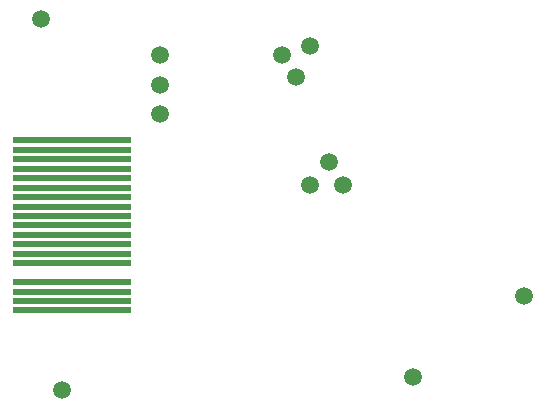
<source format=gbr>
G04 #@! TF.GenerationSoftware,KiCad,Pcbnew,(5.1.5)-3*
G04 #@! TF.CreationDate,2020-06-04T21:55:03-04:00*
G04 #@! TF.ProjectId,SmartWatch V4,536d6172-7457-4617-9463-682056342e6b,rev?*
G04 #@! TF.SameCoordinates,Original*
G04 #@! TF.FileFunction,Paste,Bot*
G04 #@! TF.FilePolarity,Positive*
%FSLAX46Y46*%
G04 Gerber Fmt 4.6, Leading zero omitted, Abs format (unit mm)*
G04 Created by KiCad (PCBNEW (5.1.5)-3) date 2020-06-04 21:55:03*
%MOMM*%
%LPD*%
G04 APERTURE LIST*
%ADD10R,10.000000X0.500000*%
%ADD11C,1.500000*%
G04 APERTURE END LIST*
D10*
X130450000Y-88800000D03*
X130450000Y-88000000D03*
X130450000Y-87200000D03*
X130450000Y-86400000D03*
X130450000Y-84800000D03*
X130450000Y-84000000D03*
X130450000Y-83200000D03*
X130450000Y-82400000D03*
X130450000Y-81600000D03*
X130450000Y-80800000D03*
X130450000Y-80000000D03*
X130450000Y-79200000D03*
X130450000Y-78400000D03*
X130450000Y-77600000D03*
X130450000Y-76800000D03*
X130450000Y-76000000D03*
X130450000Y-75200000D03*
X130450000Y-74400000D03*
D11*
X137900000Y-67200000D03*
X137900000Y-69700000D03*
X137900000Y-72200000D03*
X148200000Y-67200000D03*
X149400000Y-69000000D03*
X150600000Y-66400000D03*
X153400000Y-78200000D03*
X150600000Y-78200000D03*
X152200000Y-76200000D03*
X129603500Y-95567500D03*
X127800000Y-64100000D03*
X168732200Y-87553800D03*
X159300000Y-94400000D03*
M02*

</source>
